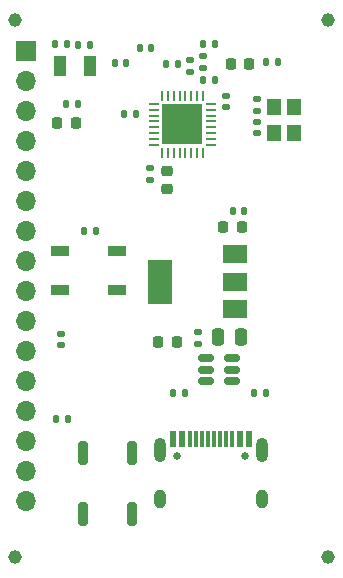
<source format=gts>
%TF.GenerationSoftware,KiCad,Pcbnew,(6.0.10)*%
%TF.CreationDate,2023-02-05T17:29:38-05:00*%
%TF.ProjectId,MrKoh,4d724b6f-682e-46b6-9963-61645f706362,1*%
%TF.SameCoordinates,Original*%
%TF.FileFunction,Soldermask,Top*%
%TF.FilePolarity,Negative*%
%FSLAX46Y46*%
G04 Gerber Fmt 4.6, Leading zero omitted, Abs format (unit mm)*
G04 Created by KiCad (PCBNEW (6.0.10)) date 2023-02-05 17:29:38*
%MOMM*%
%LPD*%
G01*
G04 APERTURE LIST*
G04 Aperture macros list*
%AMRoundRect*
0 Rectangle with rounded corners*
0 $1 Rounding radius*
0 $2 $3 $4 $5 $6 $7 $8 $9 X,Y pos of 4 corners*
0 Add a 4 corners polygon primitive as box body*
4,1,4,$2,$3,$4,$5,$6,$7,$8,$9,$2,$3,0*
0 Add four circle primitives for the rounded corners*
1,1,$1+$1,$2,$3*
1,1,$1+$1,$4,$5*
1,1,$1+$1,$6,$7*
1,1,$1+$1,$8,$9*
0 Add four rect primitives between the rounded corners*
20,1,$1+$1,$2,$3,$4,$5,0*
20,1,$1+$1,$4,$5,$6,$7,0*
20,1,$1+$1,$6,$7,$8,$9,0*
20,1,$1+$1,$8,$9,$2,$3,0*%
G04 Aperture macros list end*
%ADD10RoundRect,0.218750X-0.218750X-0.256250X0.218750X-0.256250X0.218750X0.256250X-0.218750X0.256250X0*%
%ADD11C,1.152000*%
%ADD12RoundRect,0.250000X-0.250000X-0.475000X0.250000X-0.475000X0.250000X0.475000X-0.250000X0.475000X0*%
%ADD13RoundRect,0.140000X-0.170000X0.140000X-0.170000X-0.140000X0.170000X-0.140000X0.170000X0.140000X0*%
%ADD14RoundRect,0.140000X0.170000X-0.140000X0.170000X0.140000X-0.170000X0.140000X-0.170000X-0.140000X0*%
%ADD15RoundRect,0.147500X0.172500X-0.147500X0.172500X0.147500X-0.172500X0.147500X-0.172500X-0.147500X0*%
%ADD16R,1.700000X1.700000*%
%ADD17O,1.700000X1.700000*%
%ADD18RoundRect,0.140000X-0.140000X-0.170000X0.140000X-0.170000X0.140000X0.170000X-0.140000X0.170000X0*%
%ADD19R,1.000000X1.800000*%
%ADD20RoundRect,0.135000X-0.135000X-0.185000X0.135000X-0.185000X0.135000X0.185000X-0.135000X0.185000X0*%
%ADD21RoundRect,0.135000X-0.185000X0.135000X-0.185000X-0.135000X0.185000X-0.135000X0.185000X0.135000X0*%
%ADD22RoundRect,0.140000X0.140000X0.170000X-0.140000X0.170000X-0.140000X-0.170000X0.140000X-0.170000X0*%
%ADD23RoundRect,0.225000X-0.225000X-0.250000X0.225000X-0.250000X0.225000X0.250000X-0.225000X0.250000X0*%
%ADD24RoundRect,0.062500X-0.062500X0.375000X-0.062500X-0.375000X0.062500X-0.375000X0.062500X0.375000X0*%
%ADD25RoundRect,0.062500X-0.375000X0.062500X-0.375000X-0.062500X0.375000X-0.062500X0.375000X0.062500X0*%
%ADD26R,3.450000X3.450000*%
%ADD27RoundRect,0.200000X0.200000X0.800000X-0.200000X0.800000X-0.200000X-0.800000X0.200000X-0.800000X0*%
%ADD28O,1.000000X1.600000*%
%ADD29C,0.650000*%
%ADD30O,1.000000X2.100000*%
%ADD31R,0.600000X1.450000*%
%ADD32R,0.300000X1.450000*%
%ADD33R,1.200000X1.400000*%
%ADD34RoundRect,0.135000X0.135000X0.185000X-0.135000X0.185000X-0.135000X-0.185000X0.135000X-0.185000X0*%
%ADD35RoundRect,0.150000X0.512500X0.150000X-0.512500X0.150000X-0.512500X-0.150000X0.512500X-0.150000X0*%
%ADD36RoundRect,0.147500X-0.147500X-0.172500X0.147500X-0.172500X0.147500X0.172500X-0.147500X0.172500X0*%
%ADD37R,2.000000X1.500000*%
%ADD38R,2.000000X3.800000*%
%ADD39RoundRect,0.225000X-0.250000X0.225000X-0.250000X-0.225000X0.250000X-0.225000X0.250000X0.225000X0*%
%ADD40R,1.500000X0.900000*%
G04 APERTURE END LIST*
D10*
%TO.C,D1*%
X26662500Y-60100000D03*
X28237500Y-60100000D03*
%TD*%
D11*
%TO.C,H2*%
X14550000Y-78350000D03*
%TD*%
D12*
%TO.C,C10*%
X31775000Y-59675000D03*
X33675000Y-59675000D03*
%TD*%
D13*
%TO.C,C19*%
X18475000Y-59420000D03*
X18475000Y-60380000D03*
%TD*%
D14*
%TO.C,C12*%
X32450000Y-40230000D03*
X32450000Y-39270000D03*
%TD*%
D15*
%TO.C,L1*%
X30500000Y-36885000D03*
X30500000Y-35915000D03*
%TD*%
D16*
%TO.C,J2*%
X15500000Y-35500000D03*
D17*
X15500000Y-38040000D03*
X15500000Y-40580000D03*
X15500000Y-43120000D03*
X15500000Y-45660000D03*
X15500000Y-48200000D03*
X15500000Y-50740000D03*
X15500000Y-53280000D03*
X15500000Y-55820000D03*
X15500000Y-58360000D03*
X15500000Y-60900000D03*
X15500000Y-63440000D03*
X15500000Y-65980000D03*
X15500000Y-68520000D03*
X15500000Y-71060000D03*
X15500000Y-73600000D03*
%TD*%
D18*
%TO.C,C5*%
X25120000Y-35200000D03*
X26080000Y-35200000D03*
%TD*%
D19*
%TO.C,Y1*%
X18375000Y-36750000D03*
X20875000Y-36750000D03*
%TD*%
D18*
%TO.C,C2*%
X19920000Y-34925000D03*
X20880000Y-34925000D03*
%TD*%
D14*
%TO.C,C8*%
X35025000Y-40530000D03*
X35025000Y-39570000D03*
%TD*%
D20*
%TO.C,R1*%
X17965000Y-34900000D03*
X18985000Y-34900000D03*
%TD*%
D18*
%TO.C,C3*%
X30500000Y-37890000D03*
X31460000Y-37890000D03*
%TD*%
D21*
%TO.C,R4*%
X30075000Y-59240000D03*
X30075000Y-60260000D03*
%TD*%
D22*
%TO.C,C6*%
X23980000Y-36500000D03*
X23020000Y-36500000D03*
%TD*%
D23*
%TO.C,C11*%
X32825000Y-36600000D03*
X34375000Y-36600000D03*
%TD*%
D24*
%TO.C,U2*%
X30480000Y-39252500D03*
X29980000Y-39252500D03*
X29480000Y-39252500D03*
X28980000Y-39252500D03*
X28480000Y-39252500D03*
X27980000Y-39252500D03*
X27480000Y-39252500D03*
X26980000Y-39252500D03*
D25*
X26292500Y-39940000D03*
X26292500Y-40440000D03*
X26292500Y-40940000D03*
X26292500Y-41440000D03*
X26292500Y-41940000D03*
X26292500Y-42440000D03*
X26292500Y-42940000D03*
X26292500Y-43440000D03*
D24*
X26980000Y-44127500D03*
X27480000Y-44127500D03*
X27980000Y-44127500D03*
X28480000Y-44127500D03*
X28980000Y-44127500D03*
X29480000Y-44127500D03*
X29980000Y-44127500D03*
X30480000Y-44127500D03*
D25*
X31167500Y-43440000D03*
X31167500Y-42940000D03*
X31167500Y-42440000D03*
X31167500Y-41940000D03*
X31167500Y-41440000D03*
X31167500Y-40940000D03*
X31167500Y-40440000D03*
X31167500Y-39940000D03*
D26*
X28730000Y-41690000D03*
%TD*%
D27*
%TO.C,SW1*%
X24475000Y-74700000D03*
X20275000Y-74700000D03*
%TD*%
D11*
%TO.C,H1*%
X41050000Y-32875000D03*
%TD*%
%TO.C,H4*%
X41050000Y-78350000D03*
%TD*%
D14*
%TO.C,C17*%
X29400000Y-37230000D03*
X29400000Y-36270000D03*
%TD*%
D28*
%TO.C,J1*%
X35470000Y-73424951D03*
D29*
X28260000Y-69774951D03*
D30*
X35470000Y-69244951D03*
X26830000Y-69244951D03*
D29*
X34040000Y-69774951D03*
D31*
X27900000Y-68329951D03*
X28700000Y-68329951D03*
D32*
X29900000Y-68329951D03*
X30900000Y-68329951D03*
X31400000Y-68329951D03*
X32400000Y-68329951D03*
D31*
X33600000Y-68329951D03*
X34400000Y-68329951D03*
X34400000Y-68329951D03*
X33600000Y-68329951D03*
D32*
X32900000Y-68329951D03*
X31900000Y-68329951D03*
X30400000Y-68329951D03*
X29400000Y-68329951D03*
D31*
X28700000Y-68329951D03*
X27900000Y-68329951D03*
D28*
X26830000Y-73424951D03*
%TD*%
D27*
%TO.C,SW2*%
X24500000Y-69525000D03*
X20300000Y-69525000D03*
%TD*%
D11*
%TO.C,H3*%
X14550000Y-32875000D03*
%TD*%
D33*
%TO.C,Y2*%
X36500000Y-40175000D03*
X36500000Y-42375000D03*
X38200000Y-42375000D03*
X38200000Y-40175000D03*
%TD*%
D20*
%TO.C,R5*%
X20405000Y-50675000D03*
X21425000Y-50675000D03*
%TD*%
D18*
%TO.C,C4*%
X30495000Y-34900000D03*
X31455000Y-34900000D03*
%TD*%
D34*
%TO.C,R3*%
X28985000Y-64399951D03*
X27965000Y-64399951D03*
%TD*%
D18*
%TO.C,C13*%
X18050000Y-66670000D03*
X19010000Y-66670000D03*
%TD*%
D20*
%TO.C,R2*%
X34765000Y-64399951D03*
X35785000Y-64399951D03*
%TD*%
D10*
%TO.C,D3*%
X18112500Y-41600000D03*
X19687500Y-41600000D03*
%TD*%
D35*
%TO.C,U1*%
X32962500Y-63399951D03*
X32962500Y-62449951D03*
X32962500Y-61499951D03*
X30687500Y-61499951D03*
X30687500Y-62449951D03*
X30687500Y-63399951D03*
%TD*%
D18*
%TO.C,C1*%
X32995000Y-49050000D03*
X33955000Y-49050000D03*
%TD*%
D36*
%TO.C,L2*%
X35830000Y-36400000D03*
X36800000Y-36400000D03*
%TD*%
D37*
%TO.C,U3*%
X33150000Y-57300000D03*
D38*
X26850000Y-55000000D03*
D37*
X33150000Y-55000000D03*
X33150000Y-52700000D03*
%TD*%
D23*
%TO.C,C9*%
X32200000Y-50375000D03*
X33750000Y-50375000D03*
%TD*%
D39*
%TO.C,C14*%
X27400000Y-45625000D03*
X27400000Y-47175000D03*
%TD*%
D40*
%TO.C,D2*%
X18325000Y-52375000D03*
X18325000Y-55675000D03*
X23225000Y-55675000D03*
X23225000Y-52375000D03*
%TD*%
D22*
%TO.C,C16*%
X24780000Y-40800000D03*
X23820000Y-40800000D03*
%TD*%
D20*
%TO.C,R6*%
X18890000Y-40000000D03*
X19910000Y-40000000D03*
%TD*%
D13*
%TO.C,C15*%
X26000000Y-45420000D03*
X26000000Y-46380000D03*
%TD*%
%TO.C,C7*%
X35025000Y-41470000D03*
X35025000Y-42430000D03*
%TD*%
D22*
%TO.C,C18*%
X28330000Y-36550000D03*
X27370000Y-36550000D03*
%TD*%
M02*

</source>
